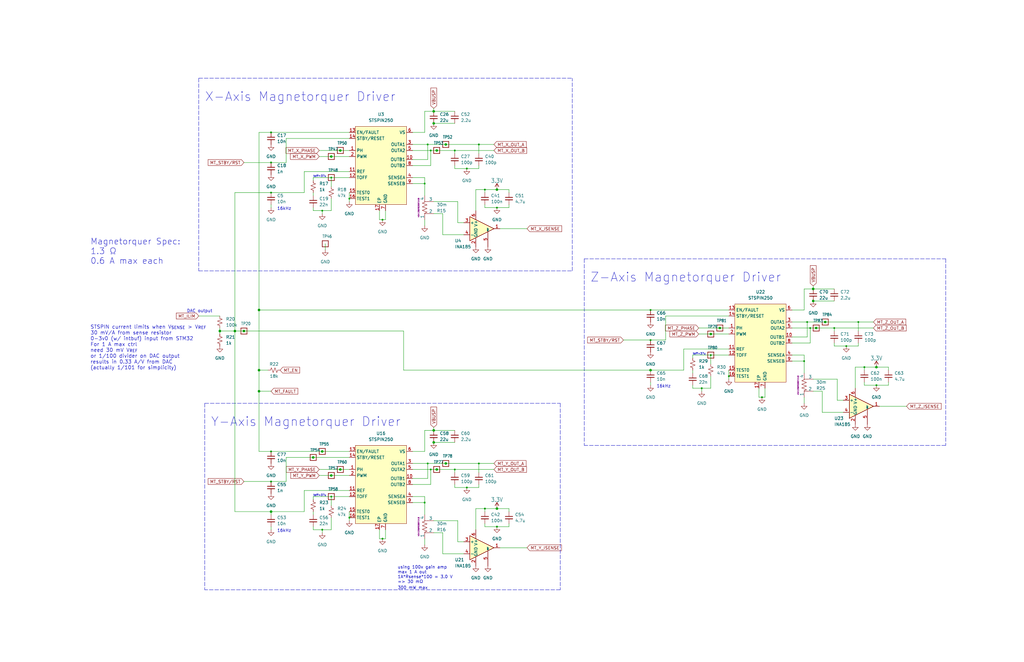
<source format=kicad_sch>
(kicad_sch (version 20211123) (generator eeschema)
  (paper "B")
  (junction (at 274.32 130.81) (diameter 0.6096))
  (junction (at 187.96 195.58))
  (junction (at 204.47 214.63) (diameter 0.6096))
  (junction (at 340.36 135.89) (diameter 0.6096))
  (junction (at 181.61 63.5) (diameter 0.6096))
  (junction (at 114.3 81.28) (diameter 0.6096))
  (junction (at 139.7 209.55) (diameter 0.6096))
  (junction (at 135.89 190.5))
  (junction (at 347.98 135.89))
  (junction (at 361.95 135.89) (diameter 0.6096))
  (junction (at 196.85 71.12) (diameter 0.6096))
  (junction (at 182.88 46.99))
  (junction (at 364.49 154.94) (diameter 0.6096))
  (junction (at 299.72 149.86) (diameter 0.6096))
  (junction (at 135.89 88.9) (diameter 0.6096))
  (junction (at 209.55 80.01))
  (junction (at 201.93 60.96) (diameter 0.6096))
  (junction (at 341.63 138.43) (diameter 0.6096))
  (junction (at 147.32 218.44) (diameter 0.6096))
  (junction (at 147.32 83.82) (diameter 0.6096))
  (junction (at 191.77 198.12) (diameter 0.6096))
  (junction (at 179.07 212.09) (diameter 0.6096))
  (junction (at 356.87 146.05) (diameter 0.6096))
  (junction (at 369.57 154.94))
  (junction (at 344.17 138.43))
  (junction (at 114.3 55.88) (diameter 0.6096))
  (junction (at 143.51 63.5))
  (junction (at 187.96 60.96))
  (junction (at 209.55 222.25) (diameter 0.6096))
  (junction (at 180.34 60.96) (diameter 0.6096))
  (junction (at 369.57 162.56) (diameter 0.6096))
  (junction (at 182.88 181.61))
  (junction (at 132.08 193.04))
  (junction (at 99.06 139.7))
  (junction (at 204.47 80.01) (diameter 0.6096))
  (junction (at 182.88 186.69))
  (junction (at 184.15 63.5))
  (junction (at 274.32 143.51) (diameter 0.6096))
  (junction (at 114.3 215.9))
  (junction (at 342.9 127))
  (junction (at 114.3 190.5) (diameter 0.6096))
  (junction (at 114.3 203.2) (diameter 0.6096))
  (junction (at 182.88 52.07))
  (junction (at 303.53 138.43))
  (junction (at 92.71 139.7))
  (junction (at 201.93 195.58) (diameter 0.6096))
  (junction (at 184.15 198.12))
  (junction (at 321.31 167.64) (diameter 0.6096))
  (junction (at 135.89 223.52) (diameter 0.6096))
  (junction (at 114.3 68.58) (diameter 0.6096))
  (junction (at 161.29 227.33) (diameter 0.6096))
  (junction (at 139.7 200.66))
  (junction (at 102.87 139.7))
  (junction (at 351.79 138.43) (diameter 0.6096))
  (junction (at 299.72 140.97))
  (junction (at 339.09 152.4) (diameter 0.6096))
  (junction (at 161.29 92.71) (diameter 0.6096))
  (junction (at 139.7 66.04))
  (junction (at 274.32 156.21))
  (junction (at 209.55 214.63))
  (junction (at 181.61 198.12) (diameter 0.6096))
  (junction (at 109.22 130.81))
  (junction (at 109.22 165.1))
  (junction (at 179.07 77.47) (diameter 0.6096))
  (junction (at 191.77 63.5) (diameter 0.6096))
  (junction (at 295.91 163.83) (diameter 0.6096))
  (junction (at 196.85 205.74) (diameter 0.6096))
  (junction (at 342.9 121.92))
  (junction (at 143.51 198.12))
  (junction (at 209.55 87.63) (diameter 0.6096))
  (junction (at 109.22 156.21))
  (junction (at 180.34 195.58) (diameter 0.6096))
  (junction (at 139.7 74.93) (diameter 0.6096))
  (junction (at 307.34 158.75) (diameter 0.6096))
  (wire (pts (xy 132.08 76.2) (xy 132.08 74.93)))
  (wire (pts (xy 339.09 121.92) (xy 342.9 121.92)))
  (wire (pts (xy 182.88 180.34) (xy 182.88 181.61)))
  (wire (pts (xy 184.15 198.12) (xy 191.77 198.12)))
  (wire (pts (xy 135.89 190.5) (xy 147.32 190.5)))
  (wire (pts (xy 180.34 60.96) (xy 187.96 60.96)))
  (wire (pts (xy 179.07 212.09) (xy 173.99 212.09)))
  (wire (pts (xy 120.65 203.2) (xy 114.3 203.2)))
  (wire (pts (xy 307.34 158.75) (xy 307.34 156.21)))
  (wire (pts (xy 361.95 135.89) (xy 361.95 139.7)))
  (wire (pts (xy 351.79 144.78) (xy 351.79 146.05)))
  (wire (pts (xy 292.1 151.13) (xy 292.1 149.86)))
  (wire (pts (xy 92.71 139.7) (xy 92.71 140.97)))
  (wire (pts (xy 201.93 205.74) (xy 201.93 204.47)))
  (wire (pts (xy 134.62 198.12) (xy 143.51 198.12)))
  (wire (pts (xy 320.04 163.83) (xy 320.04 167.64)))
  (wire (pts (xy 364.49 161.29) (xy 364.49 162.56)))
  (wire (pts (xy 339.09 152.4) (xy 339.09 157.48)))
  (wire (pts (xy 160.02 92.71) (xy 161.29 92.71)))
  (wire (pts (xy 353.06 160.02) (xy 353.06 168.91)))
  (wire (pts (xy 132.08 210.82) (xy 132.08 209.55)))
  (wire (pts (xy 292.1 149.86) (xy 299.72 149.86)))
  (wire (pts (xy 186.69 90.17) (xy 186.69 99.06)))
  (wire (pts (xy 179.07 74.93) (xy 179.07 77.47)))
  (wire (pts (xy 191.77 63.5) (xy 191.77 64.77)))
  (wire (pts (xy 214.63 87.63) (xy 214.63 86.36)))
  (wire (pts (xy 299.72 149.86) (xy 307.34 149.86)))
  (polyline (pts (xy 83.82 33.02) (xy 83.82 114.3)))
  (wire (pts (xy 132.08 215.9) (xy 132.08 217.17)))
  (wire (pts (xy 139.7 88.9) (xy 135.89 88.9)))
  (wire (pts (xy 99.06 81.28) (xy 114.3 81.28)))
  (wire (pts (xy 132.08 223.52) (xy 132.08 222.25)))
  (wire (pts (xy 173.99 204.47) (xy 181.61 204.47)))
  (wire (pts (xy 143.51 198.12) (xy 147.32 198.12)))
  (wire (pts (xy 114.3 55.88) (xy 147.32 55.88)))
  (wire (pts (xy 214.63 81.28) (xy 214.63 80.01)))
  (wire (pts (xy 209.55 214.63) (xy 214.63 214.63)))
  (wire (pts (xy 128.27 207.01) (xy 147.32 207.01)))
  (polyline (pts (xy 86.36 170.18) (xy 236.22 170.18)))
  (wire (pts (xy 201.93 195.58) (xy 208.28 195.58)))
  (wire (pts (xy 299.72 163.83) (xy 295.91 163.83)))
  (wire (pts (xy 191.77 198.12) (xy 208.28 198.12)))
  (wire (pts (xy 181.61 63.5) (xy 184.15 63.5)))
  (wire (pts (xy 139.7 74.93) (xy 147.32 74.93)))
  (wire (pts (xy 114.3 87.63) (xy 114.3 86.36)))
  (wire (pts (xy 200.66 80.01) (xy 200.66 88.9)))
  (wire (pts (xy 193.04 228.6) (xy 195.58 228.6)))
  (wire (pts (xy 135.89 223.52) (xy 135.89 224.79)))
  (wire (pts (xy 204.47 80.01) (xy 204.47 81.28)))
  (wire (pts (xy 134.62 200.66) (xy 139.7 200.66)))
  (wire (pts (xy 128.27 72.39) (xy 147.32 72.39)))
  (wire (pts (xy 209.55 87.63) (xy 214.63 87.63)))
  (wire (pts (xy 342.9 120.65) (xy 342.9 121.92)))
  (wire (pts (xy 92.71 138.43) (xy 92.71 139.7)))
  (polyline (pts (xy 241.3 114.3) (xy 241.3 33.02)))
  (wire (pts (xy 173.99 74.93) (xy 179.07 74.93)))
  (wire (pts (xy 186.69 233.68) (xy 195.58 233.68)))
  (wire (pts (xy 214.63 215.9) (xy 214.63 214.63)))
  (wire (pts (xy 370.84 171.45) (xy 382.27 171.45)))
  (wire (pts (xy 187.96 60.96) (xy 201.93 60.96)))
  (wire (pts (xy 184.15 63.5) (xy 191.77 63.5)))
  (wire (pts (xy 182.88 90.17) (xy 186.69 90.17)))
  (wire (pts (xy 299.72 149.86) (xy 299.72 153.67)))
  (wire (pts (xy 288.29 156.21) (xy 288.29 147.32)))
  (wire (pts (xy 143.51 63.5) (xy 147.32 63.5)))
  (wire (pts (xy 353.06 168.91) (xy 355.6 168.91)))
  (wire (pts (xy 132.08 88.9) (xy 132.08 87.63)))
  (wire (pts (xy 339.09 130.81) (xy 339.09 121.92)))
  (wire (pts (xy 173.99 209.55) (xy 179.07 209.55)))
  (wire (pts (xy 170.18 139.7) (xy 170.18 156.21)))
  (wire (pts (xy 193.04 219.71) (xy 193.04 228.6)))
  (wire (pts (xy 351.79 146.05) (xy 356.87 146.05)))
  (wire (pts (xy 139.7 66.04) (xy 147.32 66.04)))
  (wire (pts (xy 135.89 88.9) (xy 132.08 88.9)))
  (wire (pts (xy 120.65 58.42) (xy 147.32 58.42)))
  (wire (pts (xy 369.57 162.56) (xy 374.65 162.56)))
  (wire (pts (xy 179.07 212.09) (xy 179.07 217.17)))
  (wire (pts (xy 204.47 222.25) (xy 209.55 222.25)))
  (wire (pts (xy 274.32 143.51) (xy 262.89 143.51)))
  (wire (pts (xy 351.79 138.43) (xy 368.3 138.43)))
  (wire (pts (xy 344.17 138.43) (xy 351.79 138.43)))
  (wire (pts (xy 139.7 209.55) (xy 139.7 213.36)))
  (wire (pts (xy 196.85 205.74) (xy 201.93 205.74)))
  (wire (pts (xy 173.99 69.85) (xy 181.61 69.85)))
  (wire (pts (xy 274.32 130.81) (xy 307.34 130.81)))
  (wire (pts (xy 182.88 219.71) (xy 193.04 219.71)))
  (wire (pts (xy 334.01 135.89) (xy 340.36 135.89)))
  (wire (pts (xy 210.82 231.14) (xy 222.25 231.14)))
  (wire (pts (xy 182.88 46.99) (xy 191.77 46.99)))
  (wire (pts (xy 204.47 220.98) (xy 204.47 222.25)))
  (polyline (pts (xy 398.78 187.96) (xy 246.38 187.96)))
  (wire (pts (xy 340.36 135.89) (xy 347.98 135.89)))
  (wire (pts (xy 191.77 204.47) (xy 191.77 205.74)))
  (wire (pts (xy 162.56 92.71) (xy 162.56 88.9)))
  (wire (pts (xy 341.63 138.43) (xy 344.17 138.43)))
  (wire (pts (xy 181.61 204.47) (xy 181.61 198.12)))
  (wire (pts (xy 173.99 198.12) (xy 181.61 198.12)))
  (wire (pts (xy 132.08 209.55) (xy 139.7 209.55)))
  (wire (pts (xy 134.62 66.04) (xy 139.7 66.04)))
  (wire (pts (xy 204.47 86.36) (xy 204.47 87.63)))
  (wire (pts (xy 180.34 201.93) (xy 180.34 195.58)))
  (wire (pts (xy 120.65 193.04) (xy 120.65 203.2)))
  (wire (pts (xy 342.9 160.02) (xy 353.06 160.02)))
  (wire (pts (xy 292.1 156.21) (xy 292.1 157.48)))
  (polyline (pts (xy 246.38 109.22) (xy 246.38 187.96)))
  (wire (pts (xy 180.34 67.31) (xy 180.34 60.96)))
  (wire (pts (xy 114.3 81.28) (xy 128.27 81.28)))
  (wire (pts (xy 200.66 214.63) (xy 200.66 223.52)))
  (wire (pts (xy 147.32 85.09) (xy 147.32 83.82)))
  (wire (pts (xy 114.3 223.52) (xy 114.3 222.25)))
  (wire (pts (xy 132.08 193.04) (xy 147.32 193.04)))
  (wire (pts (xy 181.61 198.12) (xy 184.15 198.12)))
  (wire (pts (xy 274.32 156.21) (xy 288.29 156.21)))
  (wire (pts (xy 191.77 69.85) (xy 191.77 71.12)))
  (wire (pts (xy 307.34 160.02) (xy 307.34 158.75)))
  (wire (pts (xy 114.3 68.58) (xy 102.87 68.58)))
  (wire (pts (xy 280.67 133.35) (xy 307.34 133.35)))
  (wire (pts (xy 374.65 162.56) (xy 374.65 161.29)))
  (wire (pts (xy 186.69 224.79) (xy 186.69 233.68)))
  (wire (pts (xy 303.53 138.43) (xy 307.34 138.43)))
  (wire (pts (xy 334.01 138.43) (xy 341.63 138.43)))
  (wire (pts (xy 132.08 74.93) (xy 139.7 74.93)))
  (wire (pts (xy 361.95 135.89) (xy 368.3 135.89)))
  (wire (pts (xy 135.89 223.52) (xy 132.08 223.52)))
  (wire (pts (xy 182.88 224.79) (xy 186.69 224.79)))
  (wire (pts (xy 99.06 139.7) (xy 99.06 215.9)))
  (wire (pts (xy 191.77 63.5) (xy 208.28 63.5)))
  (polyline (pts (xy 86.36 170.18) (xy 86.36 248.92)))
  (polyline (pts (xy 236.22 248.92) (xy 86.36 248.92)))
  (wire (pts (xy 364.49 154.94) (xy 364.49 156.21)))
  (wire (pts (xy 134.62 63.5) (xy 143.51 63.5)))
  (wire (pts (xy 214.63 222.25) (xy 214.63 220.98)))
  (wire (pts (xy 132.08 81.28) (xy 132.08 82.55)))
  (wire (pts (xy 334.01 142.24) (xy 340.36 142.24)))
  (wire (pts (xy 200.66 214.63) (xy 204.47 214.63)))
  (wire (pts (xy 294.64 140.97) (xy 299.72 140.97)))
  (wire (pts (xy 209.55 80.01) (xy 214.63 80.01)))
  (wire (pts (xy 173.99 63.5) (xy 181.61 63.5)))
  (wire (pts (xy 102.87 139.7) (xy 99.06 139.7)))
  (wire (pts (xy 139.7 74.93) (xy 139.7 78.74)))
  (wire (pts (xy 160.02 227.33) (xy 161.29 227.33)))
  (wire (pts (xy 360.68 154.94) (xy 364.49 154.94)))
  (wire (pts (xy 170.18 156.21) (xy 274.32 156.21)))
  (wire (pts (xy 162.56 227.33) (xy 162.56 223.52)))
  (wire (pts (xy 99.06 139.7) (xy 92.71 139.7)))
  (wire (pts (xy 139.7 218.44) (xy 139.7 223.52)))
  (wire (pts (xy 322.58 167.64) (xy 322.58 163.83)))
  (wire (pts (xy 114.3 215.9) (xy 114.3 217.17)))
  (wire (pts (xy 204.47 87.63) (xy 209.55 87.63)))
  (wire (pts (xy 181.61 69.85) (xy 181.61 63.5)))
  (wire (pts (xy 179.07 77.47) (xy 179.07 82.55)))
  (wire (pts (xy 128.27 207.01) (xy 128.27 215.9)))
  (wire (pts (xy 191.77 198.12) (xy 191.77 199.39)))
  (wire (pts (xy 193.04 85.09) (xy 193.04 93.98)))
  (wire (pts (xy 295.91 163.83) (xy 295.91 165.1)))
  (wire (pts (xy 294.64 138.43) (xy 303.53 138.43)))
  (wire (pts (xy 209.55 222.25) (xy 214.63 222.25)))
  (wire (pts (xy 341.63 144.78) (xy 341.63 138.43)))
  (wire (pts (xy 210.82 96.52) (xy 222.25 96.52)))
  (wire (pts (xy 201.93 71.12) (xy 201.93 69.85)))
  (wire (pts (xy 288.29 147.32) (xy 307.34 147.32)))
  (wire (pts (xy 139.7 223.52) (xy 135.89 223.52)))
  (wire (pts (xy 204.47 214.63) (xy 209.55 214.63)))
  (wire (pts (xy 160.02 88.9) (xy 160.02 92.71)))
  (wire (pts (xy 342.9 165.1) (xy 346.71 165.1)))
  (wire (pts (xy 187.96 195.58) (xy 201.93 195.58)))
  (wire (pts (xy 364.49 162.56) (xy 369.57 162.56)))
  (wire (pts (xy 173.99 201.93) (xy 180.34 201.93)))
  (wire (pts (xy 179.07 92.71) (xy 179.07 95.25)))
  (wire (pts (xy 179.07 227.33) (xy 179.07 229.87)))
  (wire (pts (xy 339.09 167.64) (xy 339.09 170.18)))
  (wire (pts (xy 179.07 55.88) (xy 179.07 46.99)))
  (wire (pts (xy 186.69 99.06) (xy 195.58 99.06)))
  (wire (pts (xy 201.93 60.96) (xy 201.93 64.77)))
  (wire (pts (xy 342.9 121.92) (xy 351.79 121.92)))
  (wire (pts (xy 147.32 83.82) (xy 147.32 81.28)))
  (wire (pts (xy 179.07 46.99) (xy 182.88 46.99)))
  (wire (pts (xy 114.3 215.9) (xy 128.27 215.9)))
  (wire (pts (xy 182.88 186.69) (xy 191.77 186.69)))
  (wire (pts (xy 179.07 77.47) (xy 173.99 77.47)))
  (wire (pts (xy 137.16 102.87) (xy 137.16 105.41)))
  (wire (pts (xy 161.29 227.33) (xy 162.56 227.33)))
  (wire (pts (xy 193.04 93.98) (xy 195.58 93.98)))
  (polyline (pts (xy 83.82 33.02) (xy 241.3 33.02)))
  (wire (pts (xy 334.01 130.81) (xy 339.09 130.81)))
  (wire (pts (xy 173.99 190.5) (xy 179.07 190.5)))
  (wire (pts (xy 147.32 219.71) (xy 147.32 218.44)))
  (wire (pts (xy 346.71 173.99) (xy 355.6 173.99)))
  (wire (pts (xy 347.98 135.89) (xy 361.95 135.89)))
  (wire (pts (xy 369.57 154.94) (xy 374.65 154.94)))
  (wire (pts (xy 361.95 146.05) (xy 361.95 144.78)))
  (wire (pts (xy 182.88 85.09) (xy 193.04 85.09)))
  (wire (pts (xy 340.36 142.24) (xy 340.36 135.89)))
  (wire (pts (xy 99.06 81.28) (xy 99.06 139.7)))
  (polyline (pts (xy 246.38 109.22) (xy 398.78 109.22)))
  (wire (pts (xy 120.65 58.42) (xy 120.65 68.58)))
  (wire (pts (xy 135.89 88.9) (xy 135.89 90.17)))
  (wire (pts (xy 339.09 152.4) (xy 334.01 152.4)))
  (wire (pts (xy 351.79 138.43) (xy 351.79 139.7)))
  (wire (pts (xy 360.68 154.94) (xy 360.68 163.83)))
  (polyline (pts (xy 398.78 109.22) (xy 398.78 187.96)))
  (wire (pts (xy 114.3 203.2) (xy 102.87 203.2)))
  (wire (pts (xy 299.72 140.97) (xy 307.34 140.97)))
  (wire (pts (xy 374.65 156.21) (xy 374.65 154.94)))
  (wire (pts (xy 201.93 195.58) (xy 201.93 199.39)))
  (wire (pts (xy 83.82 133.35) (xy 92.71 133.35)))
  (wire (pts (xy 191.77 205.74) (xy 196.85 205.74)))
  (wire (pts (xy 128.27 81.28) (xy 128.27 72.39)))
  (wire (pts (xy 201.93 60.96) (xy 208.28 60.96)))
  (wire (pts (xy 161.29 92.71) (xy 162.56 92.71)))
  (wire (pts (xy 346.71 165.1) (xy 346.71 173.99)))
  (wire (pts (xy 173.99 55.88) (xy 179.07 55.88)))
  (wire (pts (xy 204.47 214.63) (xy 204.47 215.9)))
  (wire (pts (xy 109.22 156.21) (xy 109.22 165.1)))
  (wire (pts (xy 109.22 165.1) (xy 114.3 165.1)))
  (wire (pts (xy 280.67 133.35) (xy 280.67 143.51)))
  (wire (pts (xy 114.3 190.5) (xy 135.89 190.5)))
  (wire (pts (xy 196.85 71.12) (xy 201.93 71.12)))
  (wire (pts (xy 180.34 195.58) (xy 187.96 195.58)))
  (wire (pts (xy 295.91 163.83) (xy 292.1 163.83)))
  (wire (pts (xy 147.32 218.44) (xy 147.32 215.9)))
  (wire (pts (xy 109.22 156.21) (xy 113.03 156.21)))
  (wire (pts (xy 321.31 167.64) (xy 322.58 167.64)))
  (wire (pts (xy 173.99 195.58) (xy 180.34 195.58)))
  (wire (pts (xy 320.04 167.64) (xy 321.31 167.64)))
  (wire (pts (xy 182.88 45.72) (xy 182.88 46.99)))
  (wire (pts (xy 120.65 193.04) (xy 132.08 193.04)))
  (wire (pts (xy 139.7 209.55) (xy 147.32 209.55)))
  (wire (pts (xy 109.22 130.81) (xy 109.22 156.21)))
  (wire (pts (xy 102.87 139.7) (xy 170.18 139.7)))
  (wire (pts (xy 179.07 209.55) (xy 179.07 212.09)))
  (wire (pts (xy 173.99 67.31) (xy 180.34 67.31)))
  (wire (pts (xy 356.87 146.05) (xy 361.95 146.05)))
  (wire (pts (xy 182.88 52.07) (xy 191.77 52.07)))
  (polyline (pts (xy 236.22 170.18) (xy 236.22 248.92)))
  (wire (pts (xy 139.7 83.82) (xy 139.7 88.9)))
  (wire (pts (xy 173.99 60.96) (xy 180.34 60.96)))
  (wire (pts (xy 99.06 215.9) (xy 114.3 215.9)))
  (wire (pts (xy 280.67 143.51) (xy 274.32 143.51)))
  (wire (pts (xy 109.22 165.1) (xy 109.22 190.5)))
  (wire (pts (xy 182.88 181.61) (xy 191.77 181.61)))
  (wire (pts (xy 139.7 200.66) (xy 147.32 200.66)))
  (wire (pts (xy 109.22 130.81) (xy 274.32 130.81)))
  (wire (pts (xy 334.01 149.86) (xy 339.09 149.86)))
  (wire (pts (xy 334.01 144.78) (xy 341.63 144.78)))
  (wire (pts (xy 179.07 190.5) (xy 179.07 181.61)))
  (wire (pts (xy 364.49 154.94) (xy 369.57 154.94)))
  (wire (pts (xy 191.77 71.12) (xy 196.85 71.12)))
  (wire (pts (xy 179.07 181.61) (xy 182.88 181.61)))
  (wire (pts (xy 109.22 190.5) (xy 114.3 190.5)))
  (wire (pts (xy 109.22 55.88) (xy 109.22 130.81)))
  (wire (pts (xy 200.66 80.01) (xy 204.47 80.01)))
  (wire (pts (xy 204.47 80.01) (xy 209.55 80.01)))
  (wire (pts (xy 299.72 158.75) (xy 299.72 163.83)))
  (wire (pts (xy 109.22 55.88) (xy 114.3 55.88)))
  (polyline (pts (xy 83.82 114.3) (xy 241.3 114.3)))
  (wire (pts (xy 120.65 68.58) (xy 114.3 68.58)))
  (wire (pts (xy 342.9 127) (xy 351.79 127)))
  (wire (pts (xy 292.1 163.83) (xy 292.1 162.56)))
  (wire (pts (xy 160.02 223.52) (xy 160.02 227.33)))
  (wire (pts (xy 274.32 162.56) (xy 274.32 161.29)))
  (wire (pts (xy 339.09 149.86) (xy 339.09 152.4)))
  (text "300 mW max" (at 167.64 248.92 0) (effects (font (size 1.27 1.27)) (justify left bottom)))
  (text "STSPIN current limits when V_{SENSE} > V_{REF}\n30 mV/A from sense resistor\n0-3v0 (w/ intbuf) input from STM32\nFor 1 A max ctrl\nneed 30 mV V_{REF}\nor 1/100 divider on DAC output\nresults in 0.33 A/V from DAC\n(actually 1/101 for simplicity)\n" (at 38.1 156.21 0) (effects (font (size 1.524 1.524)) (justify left bottom)))
  (text "DAC output" (at 78.74 132.08 0) (effects (font (size 1.27 1.27)) (justify left bottom)))
  (text "16kHz" (at 116.84 88.9 0) (effects (font (size 1.27 1.27)) (justify left bottom)))
  (text "toff=37u" (at 292.1 149.86 0) (effects (font (size 0.8 0.8)) (justify left bottom)))
  (text "16kHz" (at 116.84 224.79 0) (effects (font (size 1.27 1.27)) (justify left bottom)))
  (text "Y-Axis Magnetorquer Driver" (at 88.9 180.34 0) (effects (font (size 3.81 3.81)) (justify left bottom)))
  (text "toff=37u" (at 132.08 74.93 0) (effects (font (size 0.8 0.8)) (justify left bottom)))
  (text "toff=37u" (at 132.08 209.55 0) (effects (font (size 0.8 0.8)) (justify left bottom)))
  (text "Z-Axis Magnetorquer Driver" (at 248.92 119.38 0) (effects (font (size 3.81 3.81)) (justify left bottom)))
  (text "Magnetorquer Spec:\n1.3 Ω\n0.6 A max each" (at 38.1 111.76 0) (effects (font (size 2.54 2.54)) (justify left bottom)))
  (text "X-Axis Magnetorquer Driver" (at 86.36 43.18 0) (effects (font (size 3.81 3.81)) (justify left bottom)))
  (text "using 100x gain amp\nmax 1 A out\n1A*Rsense*100 = 3.0 V\n=> 30 mΩ" (at 167.64 246.38 0) (effects (font (size 1.27 1.27)) (justify left bottom)))
  (text "16kHz" (at 276.86 163.83 0) (effects (font (size 1.27 1.27)) (justify left bottom)))
  (global_label "VBUSP" (shape input) (at 182.88 45.72 90) (property "Intersheet References" "${INTERSHEET_REFS}" (effects hide)))
  (global_label "MT_Z_ISENSE" (shape input) (at 382.27 171.45 0) (property "Intersheet References" "${INTERSHEET_REFS}" (effects hide)))
  (global_label "MT_STBY{slash}RST" (shape input) (at 262.89 143.51 180) (property "Intersheet References" "${INTERSHEET_REFS}" (effects hide)))
  (global_label "MT_Z_PHASE" (shape input) (at 294.64 138.43 180) (property "Intersheet References" "${INTERSHEET_REFS}" (effects hide)))
  (global_label "MT_X_OUT_A" (shape input) (at 208.28 60.96 0) (property "Intersheet References" "${INTERSHEET_REFS}" (effects hide)))
  (global_label "VBUSP" (shape input) (at 182.88 180.34 90) (property "Intersheet References" "${INTERSHEET_REFS}" (effects hide)))
  (global_label "MT_Y_PWM" (shape input) (at 134.62 200.66 180) (property "Intersheet References" "${INTERSHEET_REFS}" (effects hide)))
  (global_label "MT_X_PHASE" (shape input) (at 134.62 63.5 180) (property "Intersheet References" "${INTERSHEET_REFS}" (effects hide)))
  (global_label "MT_ILIM" (shape input) (at 83.82 133.35 180) (property "Intersheet References" "${INTERSHEET_REFS}" (effects hide)))
  (global_label "MT_STBY{slash}RST" (shape input) (at 102.87 68.58 180) (property "Intersheet References" "${INTERSHEET_REFS}" (effects hide)))
  (global_label "MT_Y_OUT_A" (shape input) (at 208.28 195.58 0) (property "Intersheet References" "${INTERSHEET_REFS}" (effects hide)))
  (global_label "MT_Y_PHASE" (shape input) (at 134.62 198.12 180) (property "Intersheet References" "${INTERSHEET_REFS}" (effects hide)))
  (global_label "MT_X_OUT_B" (shape input) (at 208.28 63.5 0) (property "Intersheet References" "${INTERSHEET_REFS}" (effects hide)))
  (global_label "MT_Y_OUT_B" (shape input) (at 208.28 198.12 0) (property "Intersheet References" "${INTERSHEET_REFS}" (effects hide)))
  (global_label "VBUSP" (shape input) (at 342.9 120.65 90) (property "Intersheet References" "${INTERSHEET_REFS}" (effects hide)))
  (global_label "MT_STBY{slash}RST" (shape input) (at 102.87 203.2 180) (property "Intersheet References" "${INTERSHEET_REFS}" (effects hide)))
  (global_label "MT_FAULT" (shape input) (at 114.3 165.1 0) (property "Intersheet References" "${INTERSHEET_REFS}" (effects hide)))
  (global_label "MT_Z_OUT_A" (shape input) (at 368.3 135.89 0) (property "Intersheet References" "${INTERSHEET_REFS}" (effects hide)))
  (global_label "MT_EN" (shape input) (at 118.11 156.21 0) (property "Intersheet References" "${INTERSHEET_REFS}" (effects hide)))
  (global_label "MT_X_ISENSE" (shape input) (at 222.25 96.52 0) (property "Intersheet References" "${INTERSHEET_REFS}" (effects hide)))
  (global_label "MT_Z_PWM" (shape input) (at 294.64 140.97 180) (property "Intersheet References" "${INTERSHEET_REFS}" (effects hide)))
  (global_label "MT_Y_ISENSE" (shape input) (at 222.25 231.14 0) (property "Intersheet References" "${INTERSHEET_REFS}" (effects hide)))
  (global_label "MT_X_PWM" (shape input) (at 134.62 66.04 180) (property "Intersheet References" "${INTERSHEET_REFS}" (effects hide)))
  (global_label "MT_Z_OUT_B" (shape input) (at 368.3 138.43 0) (property "Intersheet References" "${INTERSHEET_REFS}" (effects hide)))
  (symbol (lib_id "Device:C_Small") (at 214.63 83.82 0) (unit 1)
    (property "Reference" "C51" (at 217.17 82.5499 0) (effects (justify left)))
    (property "Value" "4.7u" (at 217.17 85.0899 0) (effects (justify left)))
    (property "Footprint" "Capacitor_SMD:C_0603_1608Metric" (effects hide))
  )
  (symbol (lib_id "oresat-acs-card-eagle-import:TEST-POINT-LARGE-SQUARE") (at 139.7 74.93 0) (mirror x) (unit 1)
    (property "Reference" "TP48" (at 138.43 71.12 0) (effects (font (size 1.27 1.0795)) (justify left bottom)))
    (property "Value" "TEST-POINT-LARGE-SQUARE" (effects hide))
    (property "Footprint" "oresat-acs-card:1X01" (effects hide))
  )
  (symbol (lib_id "Device:C_Small") (at 191.77 201.93 0) (unit 1)
    (property "Reference" "C59" (at 194.31 200.6599 0) (effects (justify left)))
    (property "Value" "100p" (at 194.31 203.1999 0) (effects (justify left)))
    (property "Footprint" "Capacitor_SMD:C_0603_1608Metric" (effects hide))
  )
  (symbol (lib_id "power:GND") (at 135.89 224.79 0) (unit 1)
    (property "Reference" "#PWR0133" (effects hide))
    (property "Value" "GND" (at 135.89 229.87 0))
  )
  (symbol (lib_id "Device:C_Small") (at 351.79 142.24 0) (unit 1)
    (property "Reference" "C71" (at 354.33 140.9699 0) (effects (justify left)))
    (property "Value" "100p" (at 354.33 143.5099 0) (effects (justify left)))
    (property "Footprint" "Capacitor_SMD:C_0603_1608Metric" (effects hide))
  )
  (symbol (lib_id "Device:C_Small") (at 201.93 201.93 0) (unit 1)
    (property "Reference" "C61" (at 204.47 200.6599 0) (effects (justify left)))
    (property "Value" "100p" (at 204.47 203.1999 0) (effects (justify left)))
    (property "Footprint" "Capacitor_SMD:C_0603_1608Metric" (effects hide))
  )
  (symbol (lib_id "oresat-acs-card-eagle-import:TEST-POINT-LARGE-SQUARE") (at 143.51 63.5 0) (mirror x) (unit 1)
    (property "Reference" "TP50" (at 142.24 59.69 0) (effects (font (size 1.27 1.0795)) (justify left bottom)))
    (property "Value" "TEST-POINT-LARGE-SQUARE" (effects hide))
    (property "Footprint" "oresat-acs-card:1X01" (effects hide))
  )
  (symbol (lib_id "Device:C_Small") (at 114.3 193.04 0) (unit 1)
    (property "Reference" "C77" (at 116.84 191.7699 0) (effects (justify left)))
    (property "Value" "10n" (at 116.84 194.3099 0) (effects (justify left)))
    (property "Footprint" "Capacitor_SMD:C_0603_1608Metric" (effects hide))
  )
  (symbol (lib_id "Device:C_Small") (at 361.95 142.24 0) (unit 1)
    (property "Reference" "C73" (at 364.49 140.9699 0) (effects (justify left)))
    (property "Value" "100p" (at 364.49 143.5099 0) (effects (justify left)))
    (property "Footprint" "Capacitor_SMD:C_0603_1608Metric" (effects hide))
  )
  (symbol (lib_id "power:GND") (at 161.29 227.33 0) (unit 1)
    (property "Reference" "#PWR0128" (effects hide))
    (property "Value" "GND" (at 161.29 232.41 0))
  )
  (symbol (lib_id "Device:C_Small") (at 114.3 205.74 0) (unit 1)
    (property "Reference" "C55" (at 116.84 204.4699 0) (effects (justify left)))
    (property "Value" "1n" (at 116.84 207.0099 0) (effects (justify left)))
    (property "Footprint" "Capacitor_SMD:C_0603_1608Metric" (effects hide))
  )
  (symbol (lib_id "Device:C_Small") (at 191.77 67.31 0) (unit 1)
    (property "Reference" "C27" (at 194.31 66.0399 0) (effects (justify left)))
    (property "Value" "100p" (at 194.31 68.5799 0) (effects (justify left)))
    (property "Footprint" "Capacitor_SMD:C_0603_1608Metric" (effects hide))
  )
  (symbol (lib_id "Device:C_Small") (at 351.79 124.46 0) (unit 1)
    (property "Reference" "C72" (at 354.33 123.1899 0) (effects (justify left)))
    (property "Value" "2.2u" (at 354.33 125.7299 0) (effects (justify left)))
    (property "Footprint" "Capacitor_SMD:C_0603_1608Metric" (effects hide))
  )
  (symbol (lib_id "power:GND") (at 274.32 148.59 0) (unit 1)
    (property "Reference" "#PWR0148" (effects hide))
    (property "Value" "GND" (at 274.32 153.67 0))
  )
  (symbol (lib_id "Device:C_Small") (at 364.49 158.75 0) (unit 1)
    (property "Reference" "C62" (at 367.03 157.4799 0) (effects (justify left)))
    (property "Value" "100n" (at 367.03 160.0199 0) (effects (justify left)))
    (property "Footprint" "Capacitor_SMD:C_0603_1608Metric" (effects hide))
  )
  (symbol (lib_id "oresat-acs-card-eagle-import:3.3V") (at 209.55 80.01 0) (mirror y) (unit 1)
    (property "Reference" "#SUPPLY0101" (effects hide))
    (property "Value" "3.3V" (at 209.55 77.216 0) (effects (font (size 1.778 1.5113)) (justify bottom)))
  )
  (symbol (lib_id "power:GND") (at 182.88 52.07 0) (unit 1)
    (property "Reference" "#PWR0118" (effects hide))
    (property "Value" "GND" (at 182.88 57.15 0))
  )
  (symbol (lib_id "U-TI-INA185-current-sense-amplifier:INA185") (at 203.2 96.52 0) (unit 1)
    (property "Reference" "U4" (at 191.77 101.5999 0) (effects (justify left)))
    (property "Value" "INA185" (at 191.77 104.1399 0) (effects (justify left)))
    (property "Footprint" "Package_TO_SOT_SMD:SOT-563" (effects hide))
    (property "Datasheet" "https://www.ti.com/lit/ds/symlink/ina185.pdf" (effects hide))
  )
  (symbol (lib_id "power:GND") (at 209.55 87.63 0) (unit 1)
    (property "Reference" "#PWR0110" (effects hide))
    (property "Value" "GND" (at 209.55 92.71 0))
  )
  (symbol (lib_id "oresat-acs-card-eagle-import:TEST-POINT-LARGE-SQUARE") (at 139.7 209.55 0) (mirror x) (unit 1)
    (property "Reference" "TP58" (at 138.43 205.74 0) (effects (font (size 1.27 1.0795)) (justify left bottom)))
    (property "Value" "TEST-POINT-LARGE-SQUARE" (effects hide))
    (property "Footprint" "oresat-acs-card:1X01" (effects hide))
  )
  (symbol (lib_id "power:GND") (at 135.89 90.17 0) (unit 1)
    (property "Reference" "#PWR0107" (effects hide))
    (property "Value" "GND" (at 135.89 95.25 0))
  )
  (symbol (lib_id "Device:R_Small_US") (at 115.57 156.21 270) (unit 1)
    (property "Reference" "R22" (at 115.57 153.67 90))
    (property "Value" "18k" (at 115.57 158.75 90))
    (property "Footprint" "oresat-acs-card:.0603-C-NOSILK" (effects hide))
  )
  (symbol (lib_id "power:GND") (at 182.88 186.69 0) (unit 1)
    (property "Reference" "#PWR0120" (effects hide))
    (property "Value" "GND" (at 182.88 191.77 0))
  )
  (symbol (lib_id "Device:R_Shunt_US") (at 339.09 162.56 0) (mirror x) (unit 1)
    (property "Reference" "R25" (at 344.17 163.8301 0) (effects (justify left)))
    (property "Value" "30m" (at 344.17 161.2901 0) (effects (justify left)))
    (property "Footprint" "oresat-acs-card:WSK1206" (effects hide))
    (property "P/N" "WSK1206R0300FEA18" (at 336.55 162.56 90) (effects (font (size 0.5 0.5))))
  )
  (symbol (lib_id "power:GND") (at 274.32 135.89 0) (unit 1)
    (property "Reference" "#PWR0149" (effects hide))
    (property "Value" "GND" (at 274.32 140.97 0))
  )
  (symbol (lib_id "Device:C_Small") (at 114.3 71.12 0) (unit 1)
    (property "Reference" "C18" (at 116.84 69.8499 0) (effects (justify left)))
    (property "Value" "1n" (at 116.84 72.3899 0) (effects (justify left)))
    (property "Footprint" "Capacitor_SMD:C_0603_1608Metric" (effects hide))
  )
  (symbol (lib_id "Device:R_Small_US") (at 139.7 215.9 0) (unit 1)
    (property "Reference" "R24" (at 142.24 214.6299 0) (effects (justify left)))
    (property "Value" "47k" (at 142.24 217.1699 0) (effects (justify left)))
    (property "Footprint" "Resistor_SMD:R_0603_1608Metric" (effects hide))
  )
  (symbol (lib_id "Device:C_Small") (at 204.47 83.82 0) (unit 1)
    (property "Reference" "C41" (at 207.01 82.5499 0) (effects (justify left)))
    (property "Value" "100n" (at 207.01 85.0899 0) (effects (justify left)))
    (property "Footprint" "Capacitor_SMD:C_0603_1608Metric" (effects hide))
  )
  (symbol (lib_id "power:GND") (at 205.74 104.14 0) (unit 1)
    (property "Reference" "#PWR0113" (effects hide))
    (property "Value" "GND" (at 205.74 109.22 0))
  )
  (symbol (lib_id "Device:C_Small") (at 132.08 219.71 0) (unit 1)
    (property "Reference" "C56" (at 134.62 218.4399 0) (effects (justify left)))
    (property "Value" "22n" (at 134.62 220.9799 0) (effects (justify left)))
    (property "Footprint" "Capacitor_SMD:C_0603_1608Metric" (effects hide))
  )
  (symbol (lib_id "Device:C_Small") (at 114.3 58.42 0) (unit 1)
    (property "Reference" "C17" (at 116.84 57.1499 0) (effects (justify left)))
    (property "Value" "10n" (at 116.84 59.6899 0) (effects (justify left)))
    (property "Footprint" "Capacitor_SMD:C_0603_1608Metric" (effects hide))
  )
  (symbol (lib_id "power:GND") (at 179.07 95.25 0) (unit 1)
    (property "Reference" "#PWR0114" (effects hide))
    (property "Value" "GND" (at 179.07 100.33 0))
  )
  (symbol (lib_id "Device:C_Small") (at 132.08 85.09 0) (unit 1)
    (property "Reference" "C19" (at 134.62 83.8199 0) (effects (justify left)))
    (property "Value" "22n" (at 134.62 86.3599 0) (effects (justify left)))
    (property "Footprint" "Capacitor_SMD:C_0603_1608Metric" (effects hide))
  )
  (symbol (lib_id "power:GND") (at 179.07 229.87 0) (unit 1)
    (property "Reference" "#PWR0125" (effects hide))
    (property "Value" "GND" (at 179.07 234.95 0))
  )
  (symbol (lib_id "oresat-acs-card-eagle-import:TEST-POINT-LARGE-SQUARE") (at 299.72 149.86 0) (mirror x) (unit 1)
    (property "Reference" "TP80" (at 298.45 146.05 0) (effects (font (size 1.27 1.0795)) (justify left bottom)))
    (property "Value" "TEST-POINT-LARGE-SQUARE" (effects hide))
    (property "Footprint" "oresat-acs-card:1X01" (effects hide))
  )
  (symbol (lib_id "Device:C_Small") (at 292.1 160.02 0) (unit 1)
    (property "Reference" "C68" (at 294.64 158.7499 0) (effects (justify left)))
    (property "Value" "22n" (at 294.64 161.2899 0) (effects (justify left)))
    (property "Footprint" "Capacitor_SMD:C_0603_1608Metric" (effects hide))
  )
  (symbol (lib_id "power:GND") (at 114.3 87.63 0) (unit 1)
    (property "Reference" "#PWR0103" (effects hide))
    (property "Value" "GND" (at 114.3 92.71 0))
  )
  (symbol (lib_id "power:GND") (at 274.32 162.56 0) (unit 1)
    (property "Reference" "#PWR0150" (effects hide))
    (property "Value" "GND" (at 274.32 167.64 0))
  )
  (symbol (lib_id "power:GND") (at 147.32 219.71 0) (unit 1)
    (property "Reference" "#PWR0132" (effects hide))
    (property "Value" "GND" (at 147.32 224.79 0))
  )
  (symbol (lib_id "power:GND") (at 365.76 179.07 0) (unit 1)
    (property "Reference" "#PWR0129" (effects hide))
    (property "Value" "GND" (at 365.76 184.15 0))
  )
  (symbol (lib_id "power:GND") (at 114.3 223.52 0) (unit 1)
    (property "Reference" "#PWR0135" (effects hide))
    (property "Value" "GND" (at 114.3 228.6 0))
  )
  (symbol (lib_id "power:GND") (at 196.85 205.74 0) (unit 1)
    (property "Reference" "#PWR0121" (effects hide))
    (property "Value" "GND" (at 196.85 210.82 0))
  )
  (symbol (lib_id "Device:R_Small_US") (at 299.72 156.21 0) (unit 1)
    (property "Reference" "R30" (at 302.26 154.9399 0) (effects (justify left)))
    (property "Value" "47k" (at 302.26 157.4799 0) (effects (justify left)))
    (property "Footprint" "Resistor_SMD:R_0603_1608Metric" (effects hide))
  )
  (symbol (lib_id "U-STMicro-STSPIN250:STSPIN250") (at 321.31 133.35 0) (unit 1)
    (property "Reference" "U22" (at 320.675 123.19 0))
    (property "Value" "STSPIN250" (at 320.675 125.73 0))
    (property "Footprint" "Package_DFN_QFN:VQFN-16-1EP_3x3mm_P0.5mm_EP1.8x1.8mm" (effects hide))
    (property "Datasheet" "https://www.st.com/resource/en/datasheet/stspin250.pdf" (effects hide))
  )
  (symbol (lib_id "power:GND") (at 114.3 60.96 0) (unit 1)
    (property "Reference" "#PWR0106" (effects hide))
    (property "Value" "GND" (at 114.3 66.04 0))
  )
  (symbol (lib_id "Device:C_Small") (at 274.32 158.75 0) (unit 1)
    (property "Reference" "C65" (at 276.86 157.4799 0) (effects (justify left)))
    (property "Value" "10n" (at 276.86 160.0199 0) (effects (justify left)))
    (property "Footprint" "Capacitor_SMD:C_0603_1608Metric" (effects hide))
  )
  (symbol (lib_id "oresat-acs-card-eagle-import:TEST-POINT-LARGE-SQUARE") (at 137.16 102.87 0) (mirror x) (unit 1)
    (property "Reference" "TP46" (at 135.89 99.06 0) (effects (font (size 1.27 1.0795)) (justify left bottom)))
    (property "Value" "TEST-POINT-LARGE-SQUARE" (effects hide))
    (property "Footprint" "oresat-acs-card:1X01" (effects hide))
  )
  (symbol (lib_id "Device:C_Small") (at 182.88 49.53 0) (unit 1)
    (property "Reference" "C26" (at 185.42 48.2599 0) (effects (justify left)))
    (property "Value" "22u" (at 185.42 50.7999 0) (effects (justify left)))
    (property "Footprint" "Capacitor_SMD:C_0603_1608Metric" (effects hide))
  )
  (symbol (lib_id "power:GND") (at 114.3 73.66 0) (unit 1)
    (property "Reference" "#PWR0105" (effects hide))
    (property "Value" "GND" (at 114.3 78.74 0))
  )
  (symbol (lib_id "Device:C_Small") (at 201.93 67.31 0) (unit 1)
    (property "Reference" "C40" (at 204.47 66.0399 0) (effects (justify left)))
    (property "Value" "100p" (at 204.47 68.5799 0) (effects (justify left)))
    (property "Footprint" "Capacitor_SMD:C_0603_1608Metric" (effects hide))
  )
  (symbol (lib_id "oresat-acs-card-eagle-import:TEST-POINT-LARGE-SQUARE") (at 135.89 190.5 0) (mirror x) (unit 1)
    (property "Reference" "TP55" (at 134.62 186.69 0) (effects (font (size 1.27 1.0795)) (justify left bottom)))
    (property "Value" "TEST-POINT-LARGE-SQUARE" (effects hide))
    (property "Footprint" "oresat-acs-card:1X01" (effects hide))
  )
  (symbol (lib_id "oresat-acs-card-eagle-import:TEST-POINT-LARGE-SQUARE") (at 139.7 200.66 0) (mirror x) (unit 1)
    (property "Reference" "TP57" (at 138.43 196.85 0) (effects (font (size 1.27 1.0795)) (justify left bottom)))
    (property "Value" "TEST-POINT-LARGE-SQUARE" (effects hide))
    (property "Footprint" "oresat-acs-card:1X01" (effects hide))
  )
  (symbol (lib_id "power:GND") (at 147.32 85.09 0) (unit 1)
    (property "Reference" "#PWR0102" (effects hide))
    (property "Value" "GND" (at 147.32 90.17 0))
  )
  (symbol (lib_id "oresat-acs-card-eagle-import:TEST-POINT-LARGE-SQUARE") (at 187.96 60.96 0) (mirror x) (unit 1)
    (property "Reference" "TP52" (at 186.69 57.15 0) (effects (font (size 1.27 1.0795)) (justify left bottom)))
    (property "Value" "TEST-POINT-LARGE-SQUARE" (effects hide))
    (property "Footprint" "oresat-acs-card:1X01" (effects hide))
  )
  (symbol (lib_id "Device:C_Small") (at 114.3 219.71 0) (unit 1)
    (property "Reference" "C53" (at 116.84 218.4399 0) (effects (justify left)))
    (property "Value" "10n" (at 116.84 220.9799 0) (effects (justify left)))
    (property "Footprint" "Capacitor_SMD:C_0603_1608Metric" (effects hide))
  )
  (symbol (lib_id "power:GND") (at 205.74 238.76 0) (unit 1)
    (property "Reference" "#PWR0123" (effects hide))
    (property "Value" "GND" (at 205.74 243.84 0))
  )
  (symbol (lib_id "Device:R_Small_US") (at 292.1 153.67 0) (unit 1)
    (property "Reference" "R29" (at 294.64 152.3999 0) (effects (justify left)))
    (property "Value" "1k" (at 294.64 154.9399 0) (effects (justify left)))
    (property "Footprint" "Resistor_SMD:R_0603_1608Metric" (effects hide))
  )
  (symbol (lib_id "Device:C_Small") (at 114.3 83.82 0) (unit 1)
    (property "Reference" "C5" (at 116.84 82.5499 0) (effects (justify left)))
    (property "Value" "10n" (at 116.84 85.0899 0) (effects (justify left)))
    (property "Footprint" "Capacitor_SMD:C_0603_1608Metric" (effects hide))
  )
  (symbol (lib_id "U-TI-INA185-current-sense-amplifier:INA185") (at 363.22 171.45 0) (unit 1)
    (property "Reference" "U23" (at 351.79 176.5299 0) (effects (justify left)))
    (property "Value" "INA185" (at 351.79 179.0699 0) (effects (justify left)))
    (property "Footprint" "Package_TO_SOT_SMD:SOT-563" (effects hide))
    (property "Datasheet" "https://www.ti.com/lit/ds/symlink/ina185.pdf" (effects hide))
  )
  (symbol (lib_id "Device:R_Small_US") (at 92.71 143.51 180) (unit 1)
    (property "Reference" "R21" (at 95.25 142.2399 0) (effects (justify right)))
    (property "Value" "1k" (at 95.25 144.7799 0) (effects (justify right)))
    (property "Footprint" "Resistor_SMD:R_0603_1608Metric" (effects hide))
  )
  (symbol (lib_id "Device:R_Small_US") (at 92.71 135.89 180) (unit 1)
    (property "Reference" "R20" (at 95.25 134.6199 0) (effects (justify right)))
    (property "Value" "100k" (at 95.25 137.1599 0) (effects (justify right)))
    (property "Footprint" "Resistor_SMD:R_0603_1608Metric" (effects hide))
  )
  (symbol (lib_id "Device:C_Small") (at 374.65 158.75 0) (unit 1)
    (property "Reference" "C63" (at 377.19 157.4799 0) (effects (justify left)))
    (property "Value" "4.7u" (at 377.19 160.0199 0) (effects (justify left)))
    (property "Footprint" "Capacitor_SMD:C_0603_1608Metric" (effects hide))
  )
  (symbol (lib_id "power:GND") (at 356.87 146.05 0) (unit 1)
    (property "Reference" "#PWR0142" (effects hide))
    (property "Value" "GND" (at 356.87 151.13 0))
  )
  (symbol (lib_id "oresat-acs-card-eagle-import:TEST-POINT-LARGE-SQUARE") (at 132.08 193.04 0) (mirror x) (unit 1)
    (property "Reference" "TP54" (at 130.81 189.23 0) (effects (font (size 1.27 1.0795)) (justify left bottom)))
    (property "Value" "TEST-POINT-LARGE-SQUARE" (effects hide))
    (property "Footprint" "oresat-acs-card:1X01" (effects hide))
  )
  (symbol (lib_id "power:GND") (at 200.66 238.76 0) (unit 1)
    (property "Reference" "#PWR0124" (effects hide))
    (property "Value" "GND" (at 200.66 243.84 0))
  )
  (symbol (lib_id "power:GND") (at 342.9 127 0) (unit 1)
    (property "Reference" "#PWR0143" (effects hide))
    (property "Value" "GND" (at 342.9 132.08 0))
  )
  (symbol (lib_id "power:GND") (at 321.31 167.64 0) (unit 1)
    (property "Reference" "#PWR0147" (effects hide))
    (property "Value" "GND" (at 321.31 172.72 0))
  )
  (symbol (lib_id "power:GND") (at 137.16 105.41 0) (unit 1)
    (property "Reference" "#PWR0108" (effects hide))
    (property "Value" "GND" (at 137.16 110.49 0))
  )
  (symbol (lib_id "oresat-acs-card-eagle-import:TEST-POINT-LARGE-SQUARE") (at 139.7 66.04 0) (mirror x) (unit 1)
    (property "Reference" "TP47" (at 138.43 62.23 0) (effects (font (size 1.27 1.0795)) (justify left bottom)))
    (property "Value" "TEST-POINT-LARGE-SQUARE" (effects hide))
    (property "Footprint" "oresat-acs-card:1X01" (effects hide))
  )
  (symbol (lib_id "oresat-acs-card-eagle-import:3.3V") (at 209.55 214.63 0) (mirror y) (unit 1)
    (property "Reference" "#SUPPLY0102" (effects hide))
    (property "Value" "3.3V" (at 209.55 211.836 0) (effects (font (size 1.778 1.5113)) (justify bottom)))
  )
  (symbol (lib_id "power:GND") (at 339.09 170.18 0) (unit 1)
    (property "Reference" "#PWR0115" (effects hide))
    (property "Value" "GND" (at 339.09 175.26 0))
  )
  (symbol (lib_id "oresat-acs-card-eagle-import:TEST-POINT-LARGE-SQUARE") (at 184.15 63.5 0) (mirror x) (unit 1)
    (property "Reference" "TP53" (at 182.88 59.69 0) (effects (font (size 1.27 1.0795)) (justify left bottom)))
    (property "Value" "TEST-POINT-LARGE-SQUARE" (effects hide))
    (property "Footprint" "oresat-acs-card:1X01" (effects hide))
  )
  (symbol (lib_id "power:GND") (at 92.71 146.05 0) (unit 1)
    (property "Reference" "#PWR0134" (effects hide))
    (property "Value" "GND" (at 92.71 151.13 0))
  )
  (symbol (lib_id "power:GND") (at 360.68 179.07 0) (unit 1)
    (property "Reference" "#PWR0130" (effects hide))
    (property "Value" "GND" (at 360.68 184.15 0))
  )
  (symbol (lib_id "Device:R_Small_US") (at 132.08 213.36 0) (unit 1)
    (property "Reference" "R23" (at 134.62 212.0899 0) (effects (justify left)))
    (property "Value" "1k" (at 134.62 214.6299 0) (effects (justify left)))
    (property "Footprint" "Resistor_SMD:R_0603_1608Metric" (effects hide))
  )
  (symbol (lib_id "power:GND") (at 161.29 92.71 0) (unit 1)
    (property "Reference" "#PWR0101" (effects hide))
    (property "Value" "GND" (at 161.29 97.79 0))
  )
  (symbol (lib_id "Device:C_Small") (at 274.32 133.35 0) (unit 1)
    (property "Reference" "C66" (at 276.86 132.0799 0) (effects (justify left)))
    (property "Value" "10n" (at 276.86 134.6199 0) (effects (justify left)))
    (property "Footprint" "Capacitor_SMD:C_0603_1608Metric" (effects hide))
  )
  (symbol (lib_id "Device:C_Small") (at 274.32 146.05 0) (unit 1)
    (property "Reference" "C67" (at 276.86 144.7799 0) (effects (justify left)))
    (property "Value" "1n" (at 276.86 147.3199 0) (effects (justify left)))
    (property "Footprint" "Capacitor_SMD:C_0603_1608Metric" (effects hide))
  )
  (symbol (lib_id "oresat-acs-card-eagle-import:TEST-POINT-LARGE-SQUARE") (at 303.53 138.43 0) (mirror x) (unit 1)
    (property "Reference" "TP81" (at 302.26 134.62 0) (effects (font (size 1.27 1.0795)) (justify left bottom)))
    (property "Value" "TEST-POINT-LARGE-SQUARE" (effects hide))
    (property "Footprint" "oresat-acs-card:1X01" (effects hide))
  )
  (symbol (lib_id "oresat-acs-card-eagle-import:TEST-POINT-LARGE-SQUARE") (at 102.87 139.7 0) (mirror x) (unit 1)
    (property "Reference" "TP20" (at 101.6 135.89 0) (effects (font (size 1.27 1.0795)) (justify left bottom)))
    (property "Value" "TEST-POINT-LARGE-SQUARE" (effects hide))
    (property "Footprint" "oresat-acs-card:1X01" (effects hide))
  )
  (symbol (lib_name "STSPIN250_2") (lib_id "U-STMicro-STSPIN250:STSPIN250") (at 161.29 58.42 0) (unit 1)
    (property "Reference" "U3" (at 160.655 48.26 0))
    (property "Value" "STSPIN250" (at 160.655 50.8 0))
    (property "Footprint" "Package_DFN_QFN:VQFN-16-1EP_3x3mm_P0.5mm_EP1.8x1.8mm" (effects hide))
    (property "Datasheet" "https://www.st.com/resource/en/datasheet/stspin250.pdf" (effects hide))
  )
  (symbol (lib_id "Device:R_Small_US") (at 139.7 81.28 0) (unit 1)
    (property "Reference" "R18" (at 142.24 80.0099 0) (effects (justify left)))
    (property "Value" "47k" (at 142.24 82.5499 0) (effects (justify left)))
    (property "Footprint" "Resistor_SMD:R_0603_1608Metric" (effects hide))
  )
  (symbol (lib_id "oresat-acs-card-eagle-import:TEST-POINT-LARGE-SQUARE") (at 187.96 195.58 0) (mirror x) (unit 1)
    (property "Reference" "TP78" (at 186.69 191.77 0) (effects (font (size 1.27 1.0795)) (justify left bottom)))
    (property "Value" "TEST-POINT-LARGE-SQUARE" (effects hide))
    (property "Footprint" "oresat-acs-card:1X01" (effects hide))
  )
  (symbol (lib_id "Device:C_Small") (at 204.47 218.44 0) (unit 1)
    (property "Reference" "C42" (at 207.01 217.1699 0) (effects (justify left)))
    (property "Value" "100n" (at 207.01 219.7099 0) (effects (justify left)))
    (property "Footprint" "Capacitor_SMD:C_0603_1608Metric" (effects hide))
  )
  (symbol (lib_id "power:GND") (at 196.85 71.12 0) (unit 1)
    (property "Reference" "#PWR0111" (effects hide))
    (property "Value" "GND" (at 196.85 76.2 0))
  )
  (symbol (lib_id "Device:C_Small") (at 214.63 218.44 0) (unit 1)
    (property "Reference" "C54" (at 217.17 217.1699 0) (effects (justify left)))
    (property "Value" "4.7u" (at 217.17 219.7099 0) (effects (justify left)))
    (property "Footprint" "Capacitor_SMD:C_0603_1608Metric" (effects hide))
  )
  (symbol (lib_id "power:GND") (at 369.57 162.56 0) (unit 1)
    (property "Reference" "#PWR0126" (effects hide))
    (property "Value" "GND" (at 369.57 167.64 0))
  )
  (symbol (lib_id "power:GND") (at 307.34 160.02 0) (unit 1)
    (property "Reference" "#PWR0145" (effects hide))
    (property "Value" "GND" (at 307.34 165.1 0))
  )
  (symbol (lib_id "Device:C_Small") (at 342.9 124.46 0) (unit 1)
    (property "Reference" "C70" (at 345.44 123.1899 0) (effects (justify left)))
    (property "Value" "22u" (at 345.44 125.7299 0) (effects (justify left)))
    (property "Footprint" "Capacitor_SMD:C_0603_1608Metric" (effects hide))
  )
  (symbol (lib_id "oresat-acs-card-eagle-import:3.3V") (at 369.57 154.94 0) (mirror y) (unit 1)
    (property "Reference" "#SUPPLY0103" (effects hide))
    (property "Value" "3.3V" (at 369.57 152.146 0) (effects (font (size 1.778 1.5113)) (justify bottom)))
  )
  (symbol (lib_id "Device:R_Shunt_US") (at 179.07 222.25 0) (mirror x) (unit 1)
    (property "Reference" "R16" (at 184.15 223.5201 0) (effects (justify left)))
    (property "Value" "30m" (at 184.15 220.9801 0) (effects (justify left)))
    (property "Footprint" "oresat-acs-card:WSK1206" (effects hide))
    (property "P/N" "WSK1206R0300FEA18" (at 176.53 222.25 90) (effects (font (size 0.5 0.5))))
  )
  (symbol (lib_id "power:GND") (at 114.3 195.58 0) (unit 1)
    (property "Reference" "#PWR0127" (effects hide))
    (property "Value" "GND" (at 114.3 200.66 0))
  )
  (symbol (lib_id "oresat-acs-card-eagle-import:TEST-POINT-LARGE-SQUARE") (at 344.17 138.43 0) (mirror x) (unit 1)
    (property "Reference" "TP83" (at 342.9 134.62 0) (effects (font (size 1.27 1.0795)) (justify left bottom)))
    (property "Value" "TEST-POINT-LARGE-SQUARE" (effects hide))
    (property "Footprint" "oresat-acs-card:1X01" (effects hide))
  )
  (symbol (lib_id "Device:C_Small") (at 191.77 184.15 0) (unit 1)
    (property "Reference" "C60" (at 194.31 182.8799 0) (effects (justify left)))
    (property "Value" "2.2u" (at 194.31 185.4199 0) (effects (justify left)))
    (property "Footprint" "Capacitor_SMD:C_0603_1608Metric" (effects hide))
  )
  (symbol (lib_name "STSPIN250_1") (lib_id "U-STMicro-STSPIN250:STSPIN250") (at 161.29 193.04 0) (unit 1)
    (property "Reference" "U16" (at 160.655 182.88 0))
    (property "Value" "STSPIN250" (at 160.655 185.42 0))
    (property "Footprint" "Package_DFN_QFN:VQFN-16-1EP_3x3mm_P0.5mm_EP1.8x1.8mm" (effects hide))
    (property "Datasheet" "https://www.st.com/resource/en/datasheet/stspin250.pdf" (effects hide))
  )
  (symbol (lib_id "oresat-acs-card-eagle-import:TEST-POINT-LARGE-SQUARE") (at 184.15 198.12 0) (mirror x) (unit 1)
    (property "Reference" "TP77" (at 182.88 194.31 0) (effects (font (size 1.27 1.0795)) (justify left bottom)))
    (property "Value" "TEST-POINT-LARGE-SQUARE" (effects hide))
    (property "Footprint" "oresat-acs-card:1X01" (effects hide))
  )
  (symbol (lib_id "power:GND") (at 200.66 104.14 0) (unit 1)
    (property "Reference" "#PWR0112" (effects hide))
    (property "Value" "GND" (at 200.66 109.22 0))
  )
  (symbol (lib_id "U-TI-INA185-current-sense-amplifier:INA185") (at 203.2 231.14 0) (unit 1)
    (property "Reference" "U21" (at 191.77 236.2199 0) (effects (justify left)))
    (property "Value" "INA185" (at 191.77 238.7599 0) (effects (justify left)))
    (property "Footprint" "Package_TO_SOT_SMD:SOT-563" (effects hide))
    (property "Datasheet" "https://www.ti.com/lit/ds/symlink/ina185.pdf" (effects hide))
  )
  (symbol (lib_id "oresat-acs-card-eagle-import:TEST-POINT-LARGE-SQUARE") (at 347.98 135.89 0) (mirror x) (unit 1)
    (property "Reference" "TP84" (at 346.71 132.08 0) (effects (font (size 1.27 1.0795)) (justify left bottom)))
    (property "Value" "TEST-POINT-LARGE-SQUARE" (effects hide))
    (property "Footprint" "oresat-acs-card:1X01" (effects hide))
  )
  (symbol (lib_id "power:GND") (at 114.3 208.28 0) (unit 1)
    (property "Reference" "#PWR0136" (effects hide))
    (property "Value" "GND" (at 114.3 213.36 0))
  )
  (symbol (lib_id "oresat-acs-card-eagle-import:TEST-POINT-LARGE-SQUARE") (at 299.72 140.97 0) (mirror x) (unit 1)
    (property "Reference" "TP79" (at 298.45 137.16 0) (effects (font (size 1.27 1.0795)) (justify left bottom)))
    (property "Value" "TEST-POINT-LARGE-SQUARE" (effects hide))
    (property "Footprint" "oresat-acs-card:1X01" (effects hide))
  )
  (symbol (lib_id "oresat-acs-card-eagle-import:TEST-POINT-LARGE-SQUARE") (at 143.51 198.12 0) (mirror x) (unit 1)
    (property "Reference" "TP60" (at 142.24 194.31 0) (effects (font (size 1.27 1.0795)) (justify left bottom)))
    (property "Value" "TEST-POINT-LARGE-SQUARE" (effects hide))
    (property "Footprint" "oresat-acs-card:1X01" (effects hide))
  )
  (symbol (lib_id "Device:R_Shunt_US") (at 179.07 87.63 0) (mirror x) (unit 1)
    (property "Reference" "R15" (at 184.15 88.9001 0) (effects (justify left)))
    (property "Value" "30m" (at 184.15 86.3601 0) (effects (justify left)))
    (property "Footprint" "oresat-acs-card:WSK1206" (effects hide))
    (property "P/N" "WSK1206R0300FEA18" (at 176.53 87.63 90) (effects (font (size 0.5 0.5))))
  )
  (symbol (lib_id "Device:C_Small") (at 182.88 184.15 0) (unit 1)
    (property "Reference" "C58" (at 185.42 182.8799 0) (effects (justify left)))
    (property "Value" "22u" (at 185.42 185.4199 0) (effects (justify left)))
    (property "Footprint" "Capacitor_SMD:C_0603_1608Metric" (effects hide))
  )
  (symbol (lib_id "Device:R_Small_US") (at 132.08 78.74 0) (unit 1)
    (property "Reference" "R17" (at 134.62 77.4699 0) (effects (justify left)))
    (property "Value" "1k" (at 134.62 80.0099 0) (effects (justify left)))
    (property "Footprint" "Resistor_SMD:R_0603_1608Metric" (effects hide))
  )
  (symbol (lib_id "Device:C_Small") (at 191.77 49.53 0) (unit 1)
    (property "Reference" "C52" (at 194.31 48.2599 0) (effects (justify left)))
    (property "Value" "2.2u" (at 194.31 50.7999 0) (effects (justify left)))
    (property "Footprint" "Capacitor_SMD:C_0603_1608Metric" (effects hide))
  )
  (symbol (lib_id "power:GND") (at 295.91 165.1 0) (unit 1)
    (property "Reference" "#PWR0146" (effects hide))
    (property "Value" "GND" (at 295.91 170.18 0))
  )
  (symbol (lib_id "power:GND") (at 209.55 222.25 0) (unit 1)
    (property "Reference" "#PWR0122" (effects hide))
    (property "Value" "GND" (at 209.55 227.33 0))
  )
)
</source>
